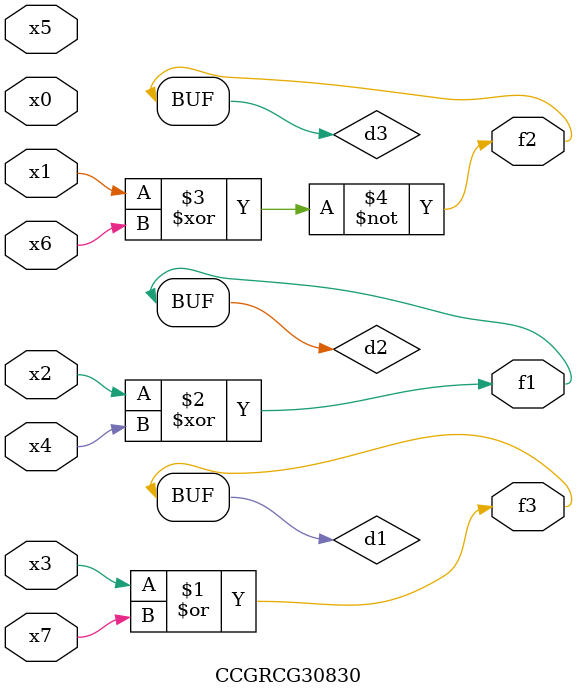
<source format=v>
module CCGRCG30830(
	input x0, x1, x2, x3, x4, x5, x6, x7,
	output f1, f2, f3
);

	wire d1, d2, d3;

	or (d1, x3, x7);
	xor (d2, x2, x4);
	xnor (d3, x1, x6);
	assign f1 = d2;
	assign f2 = d3;
	assign f3 = d1;
endmodule

</source>
